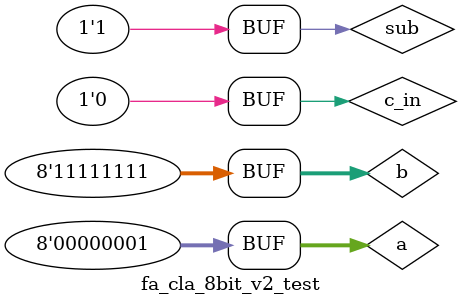
<source format=v>

`timescale 1ns / 1ps

module fa_cla_8bit_v2_test();

// Inputs
   reg [7:0] b = 0;
   reg [7:0] a = 0;
   reg sub = 0;
   reg c_in = 0;

// Output
   wire [7:0] sum;
	wire [8:0] c_out;
	wire [7:0] p;
   wire [7:0] g;

// Bidirs

// Instantiate the UUT
   fa_cla_8bit_v2 UUT (
		.b(b), 
		.a(a), 
		.sum(sum), 
		.sub(sub), 
		.c_in(c_in),
		.p(p), 
		.g(g), 
		.c_out(c_out)
   );
	
	initial begin
	#100; //Current Time: 100ns
	b = 8'b00010001;
	a = 8'b00010001;
	#100; //Current Time: 200ns
	sub = 1'b1;
	#100 //Current Time: 300ns
	b = 8'b10101010;
	a = 8'b01010101;
	sub = 1'b0;
	#100 //Current Time: 400ns
	sub = 1'b1;
	#100; //Current Time: 500ns
	b = 8'b11111111;
	a = 8'b00000001;
	sub = 1'b0;
	#100; //Current Time: 600ns
	sub = 1'b1;
	end
endmodule

</source>
